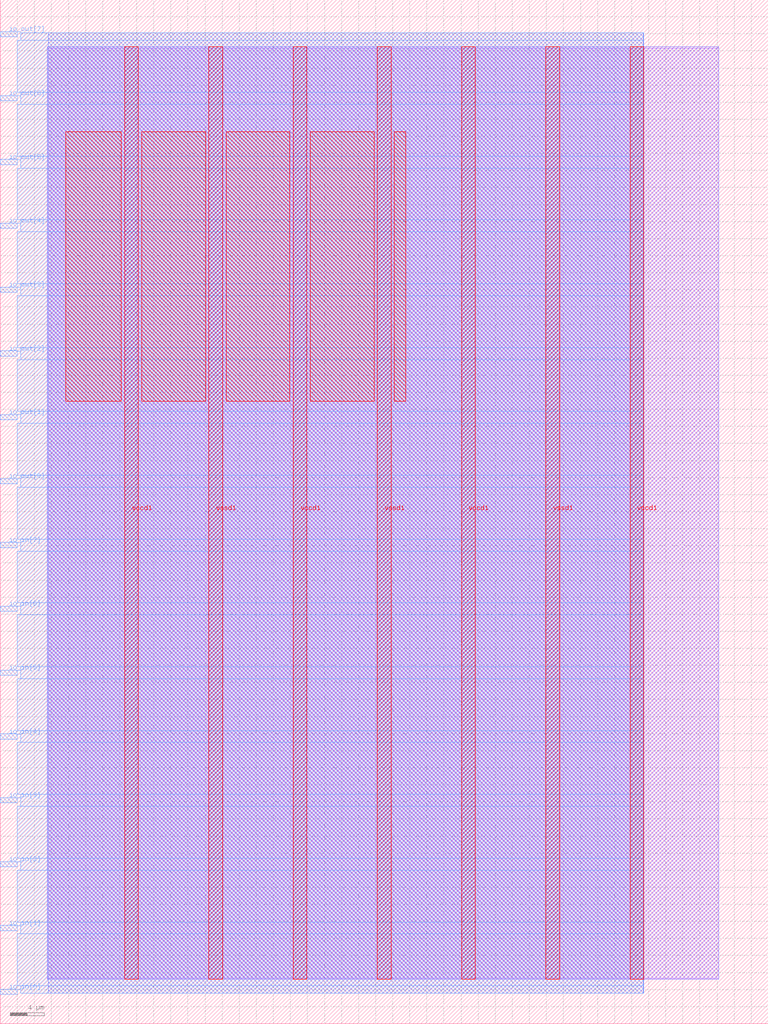
<source format=lef>
VERSION 5.7 ;
  NOWIREEXTENSIONATPIN ON ;
  DIVIDERCHAR "/" ;
  BUSBITCHARS "[]" ;
MACRO azdle_binary_clock
  CLASS BLOCK ;
  FOREIGN azdle_binary_clock ;
  ORIGIN 0.000 0.000 ;
  SIZE 90.000 BY 120.000 ;
  PIN io_in[0]
    DIRECTION INPUT ;
    USE SIGNAL ;
    PORT
      LAYER met3 ;
        RECT 0.000 3.440 2.000 4.040 ;
    END
  END io_in[0]
  PIN io_in[1]
    DIRECTION INPUT ;
    USE SIGNAL ;
    PORT
      LAYER met3 ;
        RECT 0.000 10.920 2.000 11.520 ;
    END
  END io_in[1]
  PIN io_in[2]
    DIRECTION INPUT ;
    USE SIGNAL ;
    PORT
      LAYER met3 ;
        RECT 0.000 18.400 2.000 19.000 ;
    END
  END io_in[2]
  PIN io_in[3]
    DIRECTION INPUT ;
    USE SIGNAL ;
    PORT
      LAYER met3 ;
        RECT 0.000 25.880 2.000 26.480 ;
    END
  END io_in[3]
  PIN io_in[4]
    DIRECTION INPUT ;
    USE SIGNAL ;
    PORT
      LAYER met3 ;
        RECT 0.000 33.360 2.000 33.960 ;
    END
  END io_in[4]
  PIN io_in[5]
    DIRECTION INPUT ;
    USE SIGNAL ;
    PORT
      LAYER met3 ;
        RECT 0.000 40.840 2.000 41.440 ;
    END
  END io_in[5]
  PIN io_in[6]
    DIRECTION INPUT ;
    USE SIGNAL ;
    PORT
      LAYER met3 ;
        RECT 0.000 48.320 2.000 48.920 ;
    END
  END io_in[6]
  PIN io_in[7]
    DIRECTION INPUT ;
    USE SIGNAL ;
    PORT
      LAYER met3 ;
        RECT 0.000 55.800 2.000 56.400 ;
    END
  END io_in[7]
  PIN io_out[0]
    DIRECTION OUTPUT TRISTATE ;
    USE SIGNAL ;
    PORT
      LAYER met3 ;
        RECT 0.000 63.280 2.000 63.880 ;
    END
  END io_out[0]
  PIN io_out[1]
    DIRECTION OUTPUT TRISTATE ;
    USE SIGNAL ;
    PORT
      LAYER met3 ;
        RECT 0.000 70.760 2.000 71.360 ;
    END
  END io_out[1]
  PIN io_out[2]
    DIRECTION OUTPUT TRISTATE ;
    USE SIGNAL ;
    PORT
      LAYER met3 ;
        RECT 0.000 78.240 2.000 78.840 ;
    END
  END io_out[2]
  PIN io_out[3]
    DIRECTION OUTPUT TRISTATE ;
    USE SIGNAL ;
    PORT
      LAYER met3 ;
        RECT 0.000 85.720 2.000 86.320 ;
    END
  END io_out[3]
  PIN io_out[4]
    DIRECTION OUTPUT TRISTATE ;
    USE SIGNAL ;
    PORT
      LAYER met3 ;
        RECT 0.000 93.200 2.000 93.800 ;
    END
  END io_out[4]
  PIN io_out[5]
    DIRECTION OUTPUT TRISTATE ;
    USE SIGNAL ;
    PORT
      LAYER met3 ;
        RECT 0.000 100.680 2.000 101.280 ;
    END
  END io_out[5]
  PIN io_out[6]
    DIRECTION OUTPUT TRISTATE ;
    USE SIGNAL ;
    PORT
      LAYER met3 ;
        RECT 0.000 108.160 2.000 108.760 ;
    END
  END io_out[6]
  PIN io_out[7]
    DIRECTION OUTPUT TRISTATE ;
    USE SIGNAL ;
    PORT
      LAYER met3 ;
        RECT 0.000 115.640 2.000 116.240 ;
    END
  END io_out[7]
  PIN vccd1
    DIRECTION INOUT ;
    USE POWER ;
    PORT
      LAYER met4 ;
        RECT 14.590 5.200 16.190 114.480 ;
    END
    PORT
      LAYER met4 ;
        RECT 34.330 5.200 35.930 114.480 ;
    END
    PORT
      LAYER met4 ;
        RECT 54.070 5.200 55.670 114.480 ;
    END
    PORT
      LAYER met4 ;
        RECT 73.810 5.200 75.410 114.480 ;
    END
  END vccd1
  PIN vssd1
    DIRECTION INOUT ;
    USE GROUND ;
    PORT
      LAYER met4 ;
        RECT 24.460 5.200 26.060 114.480 ;
    END
    PORT
      LAYER met4 ;
        RECT 44.200 5.200 45.800 114.480 ;
    END
    PORT
      LAYER met4 ;
        RECT 63.940 5.200 65.540 114.480 ;
    END
  END vssd1
  OBS
      LAYER li1 ;
        RECT 5.520 5.355 84.180 114.325 ;
      LAYER met1 ;
        RECT 5.520 5.200 84.180 114.480 ;
      LAYER met2 ;
        RECT 5.620 3.555 75.380 116.125 ;
      LAYER met3 ;
        RECT 2.400 115.240 75.400 116.105 ;
        RECT 2.000 109.160 75.400 115.240 ;
        RECT 2.400 107.760 75.400 109.160 ;
        RECT 2.000 101.680 75.400 107.760 ;
        RECT 2.400 100.280 75.400 101.680 ;
        RECT 2.000 94.200 75.400 100.280 ;
        RECT 2.400 92.800 75.400 94.200 ;
        RECT 2.000 86.720 75.400 92.800 ;
        RECT 2.400 85.320 75.400 86.720 ;
        RECT 2.000 79.240 75.400 85.320 ;
        RECT 2.400 77.840 75.400 79.240 ;
        RECT 2.000 71.760 75.400 77.840 ;
        RECT 2.400 70.360 75.400 71.760 ;
        RECT 2.000 64.280 75.400 70.360 ;
        RECT 2.400 62.880 75.400 64.280 ;
        RECT 2.000 56.800 75.400 62.880 ;
        RECT 2.400 55.400 75.400 56.800 ;
        RECT 2.000 49.320 75.400 55.400 ;
        RECT 2.400 47.920 75.400 49.320 ;
        RECT 2.000 41.840 75.400 47.920 ;
        RECT 2.400 40.440 75.400 41.840 ;
        RECT 2.000 34.360 75.400 40.440 ;
        RECT 2.400 32.960 75.400 34.360 ;
        RECT 2.000 26.880 75.400 32.960 ;
        RECT 2.400 25.480 75.400 26.880 ;
        RECT 2.000 19.400 75.400 25.480 ;
        RECT 2.400 18.000 75.400 19.400 ;
        RECT 2.000 11.920 75.400 18.000 ;
        RECT 2.400 10.520 75.400 11.920 ;
        RECT 2.000 4.440 75.400 10.520 ;
        RECT 2.400 3.575 75.400 4.440 ;
      LAYER met4 ;
        RECT 7.655 72.935 14.190 104.545 ;
        RECT 16.590 72.935 24.060 104.545 ;
        RECT 26.460 72.935 33.930 104.545 ;
        RECT 36.330 72.935 43.800 104.545 ;
        RECT 46.200 72.935 47.545 104.545 ;
  END
END azdle_binary_clock
END LIBRARY


</source>
